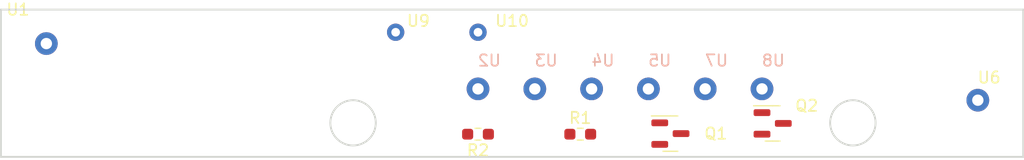
<source format=kicad_pcb>
(kicad_pcb (version 20240108) (generator "pcbnew") (generator_version "8.0")
  (layers (0 "F.Cu" signal) (31 "B.Cu" signal) (34 "B.Paste" user) (35 "F.Paste" user) (36 "B.SilkS" user "B.Silkscreen") (37 "F.SilkS" user "F.Silkscreen") (38 "B.Mask" user) (39 "F.Mask" user) (44 "Edge.Cuts" user))
  (net 0 "")
  (net 1 "Net-(U4-Pad1)")
  (net 2 "Net-(U3-Pad1)")
  (net 3 "Net-(U7-Pad1)")
  (net 4 "Net-(Q1-Pad3)")
  (net 5 "Net-(U5-Pad1)")
  (net 6 "Net-(Q2-Pad3)")
  (net 7 "Net-(U9-Pad1)")
  (net 9 "Net-(U10-Pad1)")
  (net 10 "Net-(U1-Pad1)")
  (footprint "mother_conn_side:led_conn" (layer "F.Cu") (at 133 119)
    (property "Reference" "U10" (at 3 -1 0) (layer "F.SilkS"))
    (property "Value" "LED_conn")
    (pad "1" thru_hole circle (at 0 0) (size 1.524 1.524) (drill 0.762) (layers "*.Cu" "*.Mask") (net 9 "Net-(U10-Pad1)"))
  )
  (footprint "Resistor_SMD:R_0603_1608Metric_Pad0.98x0.95mm_HandSolder" (layer "F.Cu") (at 142 128)
    (property "Reference" "R1" (at 0 -1.43 0) (layer "F.SilkS"))
    (property "Value" "30")
    (fp_line (start -0.254724 -0.5225) (end 0.254724 -0.5225) (stroke (width 0.12)) (layer "F.SilkS"))
    (fp_line (start -0.254724 0.5225) (end 0.254724 0.5225) (stroke (width 0.12)) (layer "F.SilkS"))
    (pad "1" smd roundrect (at -0.9125 0) (size 0.975 0.95) (layers "F.Cu" "F.Paste" "F.Mask") (net 7 "Net-(U9-Pad1)"))
    (pad "2" smd roundrect (at 0.9125 0) (size 0.975 0.95) (layers "F.Cu" "F.Paste" "F.Mask") (net 4 "Net-(Q1-Pad3)"))
  )
  (footprint "mother_conn_side:led_conn" (layer "F.Cu") (at 125.75 119)
    (property "Reference" "U9" (at 2 -1 0) (layer "F.SilkS"))
    (property "Value" "LED_conn")
    (pad "1" thru_hole circle (at 0 0) (size 1.524 1.524) (drill 0.762) (layers "*.Cu" "*.Mask") (net 7 "Net-(U9-Pad1)"))
  )
  (footprint "Package_TO_SOT_SMD:SOT-23" (layer "F.Cu") (at 158.9375 127.05)
    (property "Reference" "Q2" (at 3 -1.56 0) (layer "F.SilkS"))
    (property "Value" "BSS83P" (hide yes))
    (fp_line (start 0 -1.56) (end -1.675 -1.56) (stroke (width 0.12)) (layer "F.SilkS"))
    (fp_line (start 0 -1.56) (end 0.65 -1.56) (stroke (width 0.12)) (layer "F.SilkS"))
    (fp_line (start 0 1.56) (end -0.65 1.56) (stroke (width 0.12)) (layer "F.SilkS"))
    (fp_line (start 0 1.56) (end 0.65 1.56) (stroke (width 0.12)) (layer "F.SilkS"))
    (pad "1" smd roundrect (at -0.9375 -0.95) (size 1.475 0.6) (layers "F.Cu" "F.Paste" "F.Mask") (net 5 "Net-(U5-Pad1)"))
    (pad "2" smd roundrect (at -0.9375 0.95) (size 1.475 0.6) (layers "F.Cu" "F.Paste" "F.Mask") (net 3 "Net-(U7-Pad1)"))
    (pad "3" smd roundrect (at 0.9375 0) (size 1.475 0.6) (layers "F.Cu" "F.Paste" "F.Mask") (net 6 "Net-(Q2-Pad3)"))
  )
  (footprint "mother_conn_side:btttr" (layer "F.Cu") (at 177 125)
    (property "Reference" "U6" (at 1 -2 0) (layer "F.SilkS"))
    (property "Value" "battery" (hide yes))
    (pad "1" thru_hole circle (at 0 0) (size 2 2) (drill 1) (layers "*.Cu" "*.Mask") (net 2 "Net-(U3-Pad1)"))
  )
  (footprint "mother_conn_side:btttr" (layer "F.Cu") (at 95 120)
    (property "Reference" "U1" (at -2.5 -3 0) (layer "F.SilkS"))
    (property "Value" "battery" (hide yes))
    (pad "1" thru_hole circle (at 0 0) (size 2 2) (drill 1) (layers "*.Cu" "*.Mask") (net 10 "Net-(U1-Pad1)"))
  )
  (footprint "Package_TO_SOT_SMD:SOT-23" (layer "F.Cu") (at 149.9375 127.95)
    (property "Reference" "Q1" (at 4 0 0) (layer "F.SilkS"))
    (property "Value" "BSS83P" (hide yes))
    (fp_line (start 0 -1.56) (end -1.675 -1.56) (stroke (width 0.12)) (layer "F.SilkS"))
    (fp_line (start 0 -1.56) (end 0.65 -1.56) (stroke (width 0.12)) (layer "F.SilkS"))
    (fp_line (start 0 1.56) (end -0.65 1.56) (stroke (width 0.12)) (layer "F.SilkS"))
    (fp_line (start 0 1.56) (end 0.65 1.56) (stroke (width 0.12)) (layer "F.SilkS"))
    (pad "1" smd roundrect (at -0.9375 -0.95) (size 1.475 0.6) (layers "F.Cu" "F.Paste" "F.Mask") (net 1 "Net-(U4-Pad1)"))
    (pad "2" smd roundrect (at -0.9375 0.95) (size 1.475 0.6) (layers "F.Cu" "F.Paste" "F.Mask") (net 3 "Net-(U7-Pad1)"))
    (pad "3" smd roundrect (at 0.9375 0) (size 1.475 0.6) (layers "F.Cu" "F.Paste" "F.Mask") (net 4 "Net-(Q1-Pad3)"))
  )
  (footprint "Resistor_SMD:R_0603_1608Metric_Pad0.98x0.95mm_HandSolder" (layer "F.Cu") (at 133 128 180)
    (property "Reference" "R2" (at 0 -1.43 0) (layer "F.SilkS"))
    (property "Value" "30")
    (fp_line (start -0.254724 0.5225) (end 0.254724 0.5225) (stroke (width 0.12)) (layer "F.SilkS"))
    (fp_line (start -0.254724 -0.5225) (end 0.254724 -0.5225) (stroke (width 0.12)) (layer "F.SilkS"))
    (pad "1" smd roundrect (at -0.9125 0 180) (size 0.975 0.95) (layers "F.Cu" "F.Paste" "F.Mask") (net 9 "Net-(U10-Pad1)"))
    (pad "2" smd roundrect (at 0.9125 0 180) (size 0.975 0.95) (layers "F.Cu" "F.Paste" "F.Mask") (net 6 "Net-(Q2-Pad3)"))
  )
  (footprint "mother_conn_side:conn_side" (layer "B.Cu") (at 148 124 180)
    (property "Reference" "U5" (at -1 2.5 0) (layer "B.SilkS") (effects (justify mirror)))
    (property "Value" "power_btr" (hide yes))
    (pad "1" thru_hole circle (at 0 0 180) (size 2 2) (drill 1) (layers "*.Cu" "*.Mask") (net 5 "Net-(U5-Pad1)"))
  )
  (footprint "mother_conn_side:conn_side" (layer "B.Cu") (at 143 124 180)
    (property "Reference" "U4" (at -1 2.5 0) (layer "B.SilkS") (effects (justify mirror)))
    (property "Value" "power_btr" (hide yes))
    (pad "1" thru_hole circle (at 0 0 180) (size 2 2) (drill 1) (layers "*.Cu" "*.Mask") (net 1 "Net-(U4-Pad1)"))
  )
  (footprint "mother_conn_side:conn_side" (layer "B.Cu") (at 138 124 180)
    (property "Reference" "U3" (at -1 2.5 0) (layer "B.SilkS") (effects (justify mirror)))
    (property "Value" "power_btr" (hide yes))
    (pad "1" thru_hole circle (at 0 0 180) (size 2 2) (drill 1) (layers "*.Cu" "*.Mask") (net 2 "Net-(U3-Pad1)"))
  )
  (footprint "mother_conn_side:conn_side" (layer "B.Cu") (at 158 124 180)
    (property "Reference" "U8" (at -1 2.5 0) (layer "B.SilkS") (effects (justify mirror)))
    (property "Value" "power_btr" (hide yes))
    (pad "1" thru_hole circle (at 0 0 180) (size 2 2) (drill 1) (layers "*.Cu" "*.Mask"))
  )
  (footprint "mother_conn_side:conn_side" (layer "B.Cu") (at 153 124 180)
    (property "Reference" "U7" (at -1 2.5 0) (layer "B.SilkS") (effects (justify mirror)))
    (property "Value" "power_btr" (hide yes))
    (pad "1" thru_hole circle (at 0 0 180) (size 2 2) (drill 1) (layers "*.Cu" "*.Mask") (net 3 "Net-(U7-Pad1)"))
  )
  (footprint "mother_conn_side:conn_side" (layer "B.Cu") (at 133 124 180)
    (property "Reference" "U2" (at -1 2.5 0) (layer "B.SilkS") (effects (justify mirror)))
    (property "Value" "power_btr" (hide yes))
    (pad "1" thru_hole circle (at 0 0 180) (size 2 2) (drill 1) (layers "*.Cu" "*.Mask") (net 10 "Net-(U1-Pad1)"))
  )
  (gr_line (start 181 117) (end 91 117) (stroke (width 0.16)) (layer "Edge.Cuts"))
  (gr_line (start 181 130) (end 181 117) (stroke (width 0.16)) (layer "Edge.Cuts"))
  (gr_circle (center 122 127) (end 124 127) (stroke (width 0.16)) (fill none) (layer "Edge.Cuts"))
  (gr_line (start 91 130) (end 181 130) (stroke (width 0.16)) (layer "Edge.Cuts"))
  (gr_line (start 91 117) (end 91 130) (stroke (width 0.16)) (layer "Edge.Cuts"))
  (gr_circle (center 166 127) (end 168 127) (stroke (width 0.16)) (fill none) (layer "Edge.Cuts"))
)
</source>
